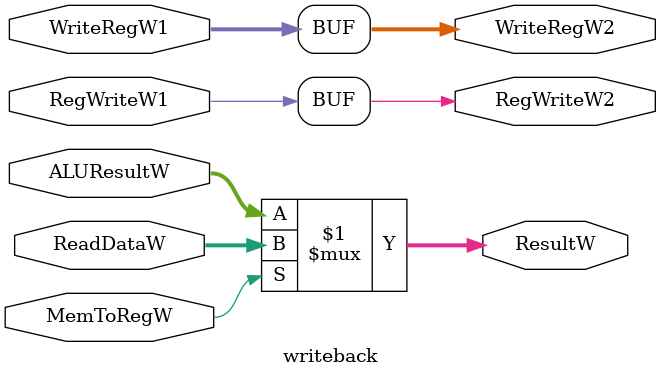
<source format=v>
`timescale 1ns / 1ps


module writeback(
    output [31:0] ResultW,
    output [4:0] WriteRegW2,
    output RegWriteW2,
    input [31:0] ReadDataW, ALUResultW,
    input [4:0] WriteRegW1,
    input MemToRegW, RegWriteW1
    );

    assign ResultW = MemToRegW ? ReadDataW : ALUResultW;

    // Send signals to other block
    assign WriteRegW2 = WriteRegW1;
    assign RegWriteW2 = RegWriteW1;

endmodule

</source>
